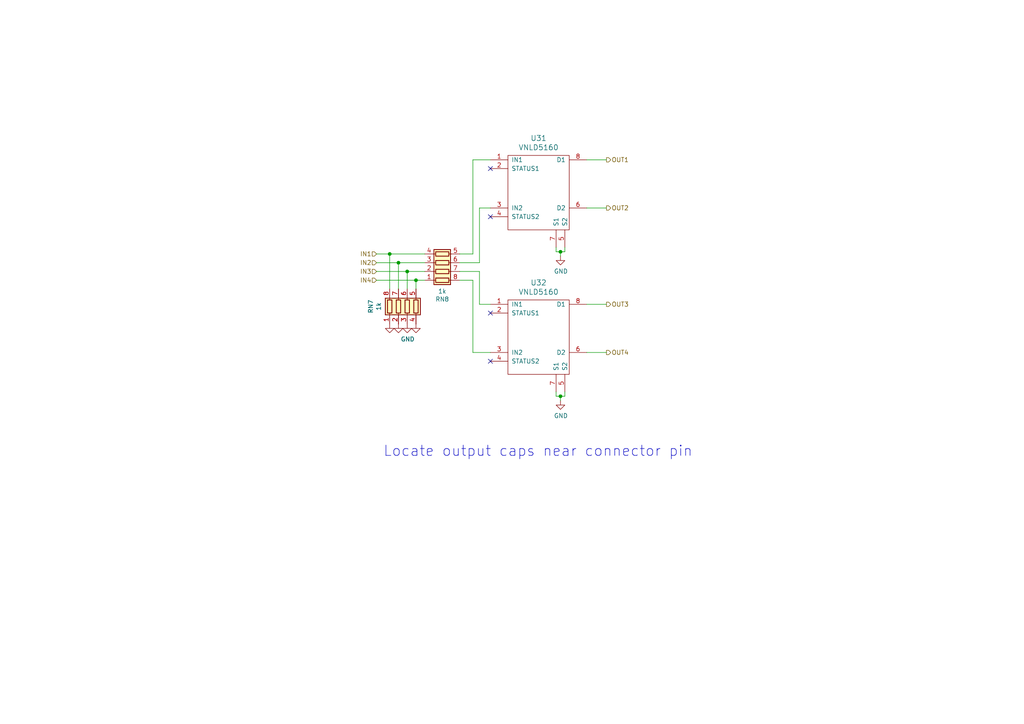
<source format=kicad_sch>
(kicad_sch (version 20231120) (generator "eeschema") (generator_version "8.0")
  (paper "A4")
  (lib_symbols
    (symbol "Device:R_Pack04" (pin_names (offset 0) hide)
      (property "Reference" "RN" (at -7.62 0 90))
      (property "Value" "R_Pack04" (at 5.08 0 90))
      (symbol "R_Pack04_0_1"
        (rectangle (start -6.35 -2.413) (end 3.81 2.413) (stroke (width 0.254)) (fill (type background)))
        (rectangle (start -5.715 1.905) (end -4.445 -1.905) (stroke (width 0.254)))
        (rectangle (start -3.175 1.905) (end -1.905 -1.905) (stroke (width 0.254)))
        (rectangle (start -0.635 1.905) (end 0.635 -1.905) (stroke (width 0.254)))
        (polyline (pts (xy -5.08 -2.54) (xy -5.08 -1.905)))
        (polyline (pts (xy -5.08 1.905) (xy -5.08 2.54)))
        (polyline (pts (xy -2.54 -2.54) (xy -2.54 -1.905)))
        (polyline (pts (xy -2.54 1.905) (xy -2.54 2.54)))
        (polyline (pts (xy 0 -2.54) (xy 0 -1.905)))
        (polyline (pts (xy 0 1.905) (xy 0 2.54)))
        (polyline (pts (xy 2.54 -2.54) (xy 2.54 -1.905)))
        (polyline (pts (xy 2.54 1.905) (xy 2.54 2.54)))
        (rectangle (start 1.905 1.905) (end 3.175 -1.905) (stroke (width 0.254)))
      )
      (symbol "R_Pack04_1_1"
        (pin passive line (at -5.08 -5.08 90) (length 2.54) (name "R1.1") (number "1"))
        (pin passive line (at -2.54 -5.08 90) (length 2.54) (name "R2.1") (number "2"))
        (pin passive line (at 0 -5.08 90) (length 2.54) (name "R3.1") (number "3"))
        (pin passive line (at 2.54 -5.08 90) (length 2.54) (name "R4.1") (number "4"))
        (pin passive line (at 2.54 5.08 270) (length 2.54) (name "R4.2") (number "5"))
        (pin passive line (at 0 5.08 270) (length 2.54) (name "R3.2") (number "6"))
        (pin passive line (at -2.54 5.08 270) (length 2.54) (name "R2.2") (number "7"))
        (pin passive line (at -5.08 5.08 270) (length 2.54) (name "R1.2") (number "8"))
      )
    )
    (symbol "power:GND" (power) (pin_names (offset 0))
      (property "Value" "GND" (at 0 -3.81 0))
      (symbol "GND_0_1"
        (polyline (pts (xy 0 0) (xy 0 -1.27) (xy 1.27 -1.27) (xy 0 -2.54) (xy -1.27 -1.27) (xy 0 -1.27)))
      )
      (symbol "GND_1_1"
        (pin power_in line (at 0 0 270) (length 0) hide (name "GND") (number "1"))
      )
    )
    (symbol "proteus-rescue:VNLD5090-vnld5090" (pin_names (offset 1.016))
      (property "Reference" "U" (at -6.35 12.7 0))
      (property "Value" "vnld5090_VNLD5090" (at -2.54 -11.43 0))
      (symbol "VNLD5090-vnld5090_0_1"
        (rectangle (start -8.89 11.43) (end 8.89 -10.16))
      )
      (symbol "VNLD5090-vnld5090_1_1"
        (pin input line (at -13.97 10.16 0) (length 5.08) (name "IN1") (number "1"))
        (pin open_collector line (at -13.97 7.62 0) (length 5.08) (name "STATUS1") (number "2"))
        (pin input line (at -13.97 -3.81 0) (length 5.08) (name "IN2") (number "3"))
        (pin open_collector line (at -13.97 -6.35 0) (length 5.08) (name "STATUS2") (number "4"))
        (pin power_in line (at 7.62 -15.24 90) (length 5.08) (name "S2") (number "5"))
        (pin power_out line (at 13.97 -3.81 180) (length 5.08) (name "D2") (number "6"))
        (pin power_in line (at 5.08 -15.24 90) (length 5.08) (name "S1") (number "7"))
        (pin power_out line (at 13.97 10.16 180) (length 5.08) (name "D1") (number "8"))
      )
    )
  )
  (junction (at 115.57 76.2))
  (junction (at 162.56 73.025))
  (junction (at 118.11 78.74))
  (junction (at 120.65 81.28))
  (junction (at 113.03 73.66))
  (junction (at 162.56 114.935))
  (no_connect (at 142.24 104.775))
  (no_connect (at 142.24 48.895))
  (no_connect (at 142.24 90.805))
  (no_connect (at 142.24 62.865))
  (wire (pts (xy 118.11 78.74) (xy 118.11 83.82)))
  (wire (pts (xy 120.65 83.82) (xy 120.65 81.28)))
  (wire (pts (xy 133.35 76.2) (xy 139.065 76.2)))
  (wire (pts (xy 139.065 76.2) (xy 139.065 60.325)))
  (wire (pts (xy 113.03 73.66) (xy 113.03 83.82)))
  (wire (pts (xy 162.56 73.025) (xy 163.83 73.025)))
  (wire (pts (xy 162.56 73.025) (xy 161.29 73.025)))
  (wire (pts (xy 170.18 60.325) (xy 175.895 60.325)))
  (wire (pts (xy 163.83 73.025) (xy 163.83 71.755)))
  (wire (pts (xy 123.19 78.74) (xy 118.11 78.74)))
  (wire (pts (xy 170.18 102.235) (xy 175.895 102.235)))
  (wire (pts (xy 123.19 73.66) (xy 113.03 73.66)))
  (wire (pts (xy 163.83 114.935) (xy 163.83 113.665)))
  (wire (pts (xy 170.18 46.355) (xy 175.895 46.355)))
  (wire (pts (xy 137.16 81.28) (xy 137.16 102.235)))
  (wire (pts (xy 109.22 78.74) (xy 118.11 78.74)))
  (wire (pts (xy 139.065 88.265) (xy 142.24 88.265)))
  (wire (pts (xy 133.35 78.74) (xy 139.065 78.74)))
  (wire (pts (xy 133.35 73.66) (xy 137.16 73.66)))
  (wire (pts (xy 162.56 114.935) (xy 161.29 114.935)))
  (wire (pts (xy 162.56 114.935) (xy 163.83 114.935)))
  (wire (pts (xy 170.18 88.265) (xy 175.895 88.265)))
  (wire (pts (xy 139.065 60.325) (xy 142.24 60.325)))
  (wire (pts (xy 137.16 102.235) (xy 142.24 102.235)))
  (wire (pts (xy 161.29 73.025) (xy 161.29 71.755)))
  (wire (pts (xy 142.24 46.355) (xy 137.16 46.355)))
  (wire (pts (xy 137.16 46.355) (xy 137.16 73.66)))
  (wire (pts (xy 115.57 76.2) (xy 123.19 76.2)))
  (wire (pts (xy 162.56 74.295) (xy 162.56 73.025)))
  (wire (pts (xy 120.65 81.28) (xy 123.19 81.28)))
  (wire (pts (xy 109.22 81.28) (xy 120.65 81.28)))
  (wire (pts (xy 139.065 78.74) (xy 139.065 88.265)))
  (wire (pts (xy 109.22 76.2) (xy 115.57 76.2)))
  (wire (pts (xy 161.29 114.935) (xy 161.29 113.665)))
  (wire (pts (xy 133.35 81.28) (xy 137.16 81.28)))
  (wire (pts (xy 162.56 116.205) (xy 162.56 114.935)))
  (wire (pts (xy 115.57 83.82) (xy 115.57 76.2)))
  (wire (pts (xy 109.22 73.66) (xy 113.03 73.66)))
  (text "Locate output caps near connector pin" (at 111.125 132.715 0) (effects (font (size 2.9972 2.9972)) (justify left bottom)))
  (hierarchical_label "OUT3" (shape output) (at 175.895 88.265 0))
  (hierarchical_label "IN2" (shape input) (at 109.22 76.2 180))
  (hierarchical_label "OUT2" (shape output) (at 175.895 60.325 0))
  (hierarchical_label "IN1" (shape input) (at 109.22 73.66 180))
  (hierarchical_label "OUT1" (shape output) (at 175.895 46.355 0))
  (hierarchical_label "OUT4" (shape output) (at 175.895 102.235 0))
  (hierarchical_label "IN4" (shape input) (at 109.22 81.28 180))
  (hierarchical_label "IN3" (shape input) (at 109.22 78.74 180))
  (symbol (lib_id "power:GND") (at 120.65 93.98 0) (unit 1)
    (property "Reference" "#PWR0286" (effects (hide yes)))
    (property "Value" "GND" (effects (hide yes)))
    (instances (project "ECUGDI" (path "" (reference "#PWR0286") (unit 1)) (path "" (reference "#PWR0277") (unit 1))) (project "proteus" (path "" (reference "#PWR0127") (unit 1)) (path "" (reference "#PWR0131") (unit 1)) (path "" (reference "#PWR0135") (unit 1)) (path "" (reference "#PWR0139") (unit 1))))
  )
  (symbol (lib_id "power:GND") (at 162.56 116.205 0) (unit 1)
    (property "Reference" "#PWR0288" (effects (hide yes)))
    (property "Value" "GND" (at 162.687 120.5992 0))
    (instances (project "ECUGDI" (path "" (reference "#PWR0288") (unit 1)) (path "" (reference "#PWR0373") (unit 1))) (project "proteus" (path "" (reference "#PWR0148") (unit 1)) (path "" (reference "#PWR0154") (unit 1)) (path "" (reference "#PWR0160") (unit 1)) (path "" (reference "#PWR0166") (unit 1))))
  )
  (symbol (lib_id "Device:R_Pack04") (at 128.27 76.2 270) (mirror x) (unit 1)
    (property "Reference" "RN8" (at 128.27 86.7918 90))
    (property "Value" "1k" (at 128.27 84.4804 90))
    (property "Footprint" "Resistor_SMD:R_Array_Convex_4x0603" (effects (hide yes)))
    (property "LCSC" "C20197" (effects (hide yes)))
    (property "PN" "4D03WGJ0102T5E" (effects (hide yes)))
    (instances (project "ECUGDI" (path "" (reference "RN8") (unit 1)) (path "" (reference "RN6") (unit 1))) (project "proteus" (path "" (reference "RN201") (unit 1)) (path "" (reference "RN301") (unit 1)) (path "" (reference "RN401") (unit 1)) (path "" (reference "RN501") (unit 1))))
  )
  (symbol (lib_id "power:GND") (at 113.03 93.98 0) (unit 1)
    (property "Reference" "#PWR0283" (effects (hide yes)))
    (property "Value" "GND" (effects (hide yes)))
    (instances (project "ECUGDI" (path "" (reference "#PWR0283") (unit 1)) (path "" (reference "#PWR0119") (unit 1))) (project "proteus" (path "" (reference "#PWR0124") (unit 1)) (path "" (reference "#PWR0128") (unit 1)) (path "" (reference "#PWR0132") (unit 1)) (path "" (reference "#PWR0136") (unit 1))))
  )
  (symbol (lib_id "power:GND") (at 162.56 74.295 0) (unit 1)
    (property "Reference" "#PWR0287" (effects (hide yes)))
    (property "Value" "GND" (at 162.687 78.6892 0))
    (instances (project "ECUGDI" (path "" (reference "#PWR0287") (unit 1)) (path "" (reference "#PWR0278") (unit 1))) (project "proteus" (path "" (reference "#PWR0143") (unit 1)) (path "" (reference "#PWR0149") (unit 1)) (path "" (reference "#PWR0155") (unit 1)) (path "" (reference "#PWR0161") (unit 1))))
  )
  (symbol (lib_id "power:GND") (at 115.57 93.98 0) (unit 1)
    (property "Reference" "#PWR0284" (effects (hide yes)))
    (property "Value" "GND" (effects (hide yes)))
    (instances (project "ECUGDI" (path "" (reference "#PWR0284") (unit 1)) (path "" (reference "#PWR0120") (unit 1))) (project "proteus" (path "" (reference "#PWR0125") (unit 1)) (path "" (reference "#PWR0129") (unit 1)) (path "" (reference "#PWR0133") (unit 1)) (path "" (reference "#PWR0137") (unit 1))))
  )
  (symbol (lib_id "proteus-rescue:VNLD5090-vnld5090") (at 156.21 98.425 0) (unit 1)
    (property "Reference" "U32" (at 156.21 81.9912 0) (effects (font (size 1.524 1.524))))
    (property "Value" "VNLD5160" (at 156.21 84.6836 0) (effects (font (size 1.524 1.524))))
    (property "Footprint" "Package_SO:SOIC-8_3.9x4.9mm_P1.27mm" (effects (hide yes)))
    (property "LCSC" "N/A" (effects (hide yes)))
    (property "PN" "VNLD5160TR-E" (effects (hide yes)))
    (instances (project "ECUGDI" (path "" (reference "U32") (unit 1)) (path "" (reference "U51") (unit 1))) (project "proteus" (path "" (reference "U202") (unit 1)) (path "" (reference "U302") (unit 1)) (path "" (reference "U402") (unit 1)) (path "" (reference "U502") (unit 1))))
  )
  (symbol (lib_id "Device:R_Pack04") (at 118.11 88.9 0) (unit 1)
    (property "Reference" "RN7" (at 107.5182 88.9 90))
    (property "Value" "1k" (at 109.8296 88.9 90))
    (property "Footprint" "Resistor_SMD:R_Array_Convex_4x0603" (effects (hide yes)))
    (property "LCSC" "C20197" (effects (hide yes)))
    (property "PN" "4D03WGJ0102T5E" (effects (hide yes)))
    (instances (project "ECUGDI" (path "" (reference "RN7") (unit 1)) (path "" (reference "RN5") (unit 1))) (project "proteus" (path "" (reference "RN202") (unit 1)) (path "" (reference "RN302") (unit 1)) (path "" (reference "RN402") (unit 1)) (path "" (reference "RN502") (unit 1))))
  )
  (symbol (lib_id "proteus-rescue:VNLD5090-vnld5090") (at 156.21 56.515 0) (unit 1)
    (property "Reference" "U31" (at 156.21 40.0812 0) (effects (font (size 1.524 1.524))))
    (property "Value" "VNLD5160" (at 156.21 42.7736 0) (effects (font (size 1.524 1.524))))
    (property "Footprint" "Package_SO:SOIC-8_3.9x4.9mm_P1.27mm" (effects (hide yes)))
    (property "LCSC" "N/A" (effects (hide yes)))
    (property "PN" "VNLD5160TR-E" (effects (hide yes)))
    (instances (project "ECUGDI" (path "" (reference "U31") (unit 1)) (path "" (reference "U30") (unit 1))) (project "proteus" (path "" (reference "U201") (unit 1)) (path "" (reference "U301") (unit 1)) (path "" (reference "U401") (unit 1)) (path "" (reference "U501") (unit 1))))
  )
  (symbol (lib_id "power:GND") (at 118.11 93.98 0) (unit 1)
    (property "Reference" "#PWR0285" (effects (hide yes)))
    (property "Value" "GND" (at 118.237 98.3742 0))
    (instances (project "ECUGDI" (path "" (reference "#PWR0285") (unit 1)) (path "" (reference "#PWR0137") (unit 1))) (project "proteus" (path "" (reference "#PWR0126") (unit 1)) (path "" (reference "#PWR0130") (unit 1)) (path "" (reference "#PWR0134") (unit 1)) (path "" (reference "#PWR0138") (unit 1))))
  )
)
</source>
